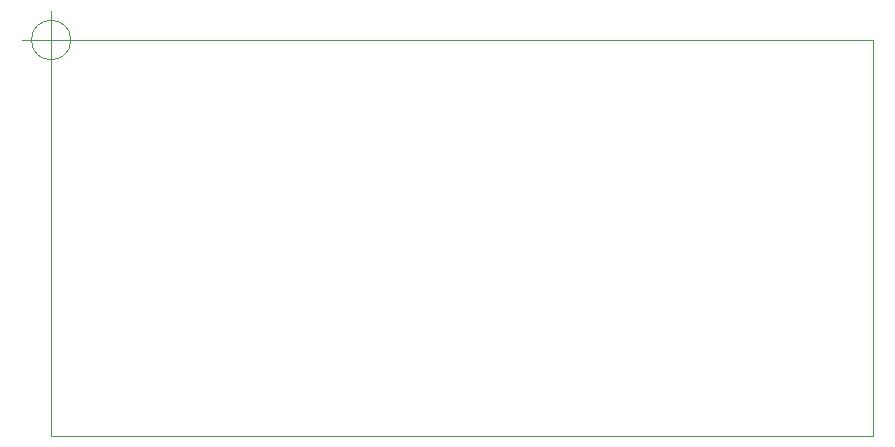
<source format=gbr>
G04 #@! TF.GenerationSoftware,KiCad,Pcbnew,5.1.5-52549c5~84~ubuntu18.04.1*
G04 #@! TF.CreationDate,2020-02-28T14:28:58+00:00*
G04 #@! TF.ProjectId,etl_driver_pcb,65746c5f-6472-4697-9665-725f7063622e,rev?*
G04 #@! TF.SameCoordinates,Original*
G04 #@! TF.FileFunction,Profile,NP*
%FSLAX46Y46*%
G04 Gerber Fmt 4.6, Leading zero omitted, Abs format (unit mm)*
G04 Created by KiCad (PCBNEW 5.1.5-52549c5~84~ubuntu18.04.1) date 2020-02-28 14:28:58*
%MOMM*%
%LPD*%
G04 APERTURE LIST*
%ADD10C,0.050000*%
G04 APERTURE END LIST*
D10*
X125618666Y-96520000D02*
G75*
G03X125618666Y-96520000I-1666666J0D01*
G01*
X121452000Y-96520000D02*
X126452000Y-96520000D01*
X123952000Y-94020000D02*
X123952000Y-99020000D01*
X123952000Y-97028000D02*
X123952000Y-96520000D01*
X193548000Y-96520000D02*
X123952000Y-96520000D01*
X193548000Y-130048000D02*
X193548000Y-96520000D01*
X123952000Y-130048000D02*
X193548000Y-130048000D01*
X123952000Y-97028000D02*
X123952000Y-130048000D01*
M02*

</source>
